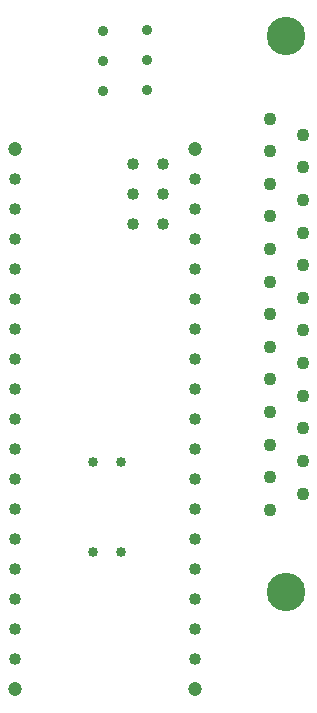
<source format=gbr>
G04 Layer_Color=0*
%FSLAX45Y45*%
%MOMM*%
%TF.FileFunction,Plated,1,2,PTH,Drill*%
%TF.Part,Single*%
G01*
G75*
%TA.AperFunction,ComponentDrill*%
%ADD44C,0.90000*%
%ADD45C,1.09000*%
%ADD46C,3.26000*%
%ADD47C,1.19990*%
%ADD48C,1.01600*%
%ADD49C,1.01600*%
%ADD50C,0.85000*%
D44*
X1369698Y5397602D02*
D03*
Y5651602D02*
D03*
Y5905602D02*
D03*
X1000001Y5391998D02*
D03*
Y5645998D02*
D03*
Y5899998D02*
D03*
D45*
X2407999Y1843400D02*
D03*
X2692002Y1981449D02*
D03*
X2407999Y2119498D02*
D03*
X2692002Y2257547D02*
D03*
X2407999Y2395596D02*
D03*
X2692002Y2533650D02*
D03*
X2407999Y2671699D02*
D03*
X2692002Y2809748D02*
D03*
X2407999Y2947797D02*
D03*
X2692002Y3085846D02*
D03*
X2407999Y3223900D02*
D03*
X2692002Y3361949D02*
D03*
X2407999Y3499998D02*
D03*
X2692002Y3638047D02*
D03*
X2407999Y3776096D02*
D03*
X2692002Y3914150D02*
D03*
X2407999Y4052199D02*
D03*
X2692002Y4190248D02*
D03*
X2407999Y4328297D02*
D03*
X2692002Y4466346D02*
D03*
X2407999Y4604400D02*
D03*
X2692002Y4742449D02*
D03*
X2407999Y4880498D02*
D03*
X2692002Y5018547D02*
D03*
X2407999Y5156596D02*
D03*
D46*
X2550000Y5852597D02*
D03*
Y1147399D02*
D03*
D47*
X1772999Y4899000D02*
D03*
X248999D02*
D03*
Y327000D02*
D03*
X1772999D02*
D03*
D48*
X1506299Y4264000D02*
D03*
X1252299D02*
D03*
X1506299Y4518000D02*
D03*
X1252299D02*
D03*
X1506299Y4772000D02*
D03*
X1252299D02*
D03*
D49*
X248999Y2867000D02*
D03*
Y3121000D02*
D03*
Y4645000D02*
D03*
Y4391000D02*
D03*
Y4137000D02*
D03*
Y3883000D02*
D03*
Y3629000D02*
D03*
Y3375000D02*
D03*
Y581000D02*
D03*
Y835000D02*
D03*
Y1089000D02*
D03*
Y2613000D02*
D03*
Y2359000D02*
D03*
Y2105000D02*
D03*
Y1851000D02*
D03*
Y1597000D02*
D03*
Y1343000D02*
D03*
X1772999Y2867000D02*
D03*
Y3121000D02*
D03*
Y4645000D02*
D03*
Y4391000D02*
D03*
Y4137000D02*
D03*
Y3883000D02*
D03*
Y3629000D02*
D03*
Y3375000D02*
D03*
Y581000D02*
D03*
Y835000D02*
D03*
Y1089000D02*
D03*
Y2613000D02*
D03*
Y2359000D02*
D03*
Y2105000D02*
D03*
Y1851000D02*
D03*
Y1597000D02*
D03*
Y1343000D02*
D03*
D50*
X909501Y1489207D02*
D03*
Y2251207D02*
D03*
X1150801Y1489207D02*
D03*
Y2251207D02*
D03*
%TF.MD5,784575d77237188b88e897629bc0e525*%
M02*

</source>
